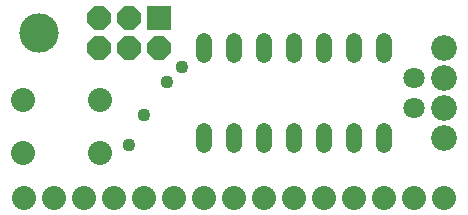
<source format=gbs>
G75*
%MOIN*%
%OFA0B0*%
%FSLAX25Y25*%
%IPPOS*%
%LPD*%
%AMOC8*
5,1,8,0,0,1.08239X$1,22.5*
%
%ADD10C,0.13100*%
%ADD11C,0.05400*%
%ADD12R,0.08000X0.08000*%
%ADD13OC8,0.08000*%
%ADD14C,0.08600*%
%ADD15C,0.08000*%
%ADD16C,0.07100*%
%ADD17C,0.04362*%
D10*
X0016000Y0066167D03*
D11*
X0071000Y0063567D02*
X0071000Y0058767D01*
X0081000Y0058767D02*
X0081000Y0063567D01*
X0091000Y0063567D02*
X0091000Y0058767D01*
X0101000Y0058767D02*
X0101000Y0063567D01*
X0111000Y0063567D02*
X0111000Y0058767D01*
X0121000Y0058767D02*
X0121000Y0063567D01*
X0131000Y0063567D02*
X0131000Y0058767D01*
X0131000Y0033567D02*
X0131000Y0028767D01*
X0121000Y0028767D02*
X0121000Y0033567D01*
X0111000Y0033567D02*
X0111000Y0028767D01*
X0101000Y0028767D02*
X0101000Y0033567D01*
X0091000Y0033567D02*
X0091000Y0028767D01*
X0081000Y0028767D02*
X0081000Y0033567D01*
X0071000Y0033567D02*
X0071000Y0028767D01*
D12*
X0056000Y0071167D03*
D13*
X0046000Y0071167D03*
X0036000Y0071167D03*
X0036000Y0061167D03*
X0046000Y0061167D03*
X0056000Y0061167D03*
D14*
X0151000Y0061167D03*
X0151000Y0051167D03*
X0151000Y0041167D03*
X0151000Y0031167D03*
D15*
X0011000Y0011167D03*
X0021000Y0011167D03*
X0031000Y0011167D03*
X0041000Y0011167D03*
X0051000Y0011167D03*
X0061000Y0011167D03*
X0071000Y0011167D03*
X0081000Y0011167D03*
X0091000Y0011167D03*
X0101000Y0011167D03*
X0111000Y0011167D03*
X0121000Y0011167D03*
X0131000Y0011167D03*
X0141000Y0011167D03*
X0151000Y0011167D03*
X0036300Y0026017D03*
X0010700Y0026017D03*
X0010700Y0043817D03*
X0036300Y0043817D03*
D16*
X0141000Y0041167D03*
X0141000Y0051167D03*
D17*
X0063500Y0054917D03*
X0058500Y0049917D03*
X0051000Y0038667D03*
X0046000Y0028667D03*
M02*

</source>
